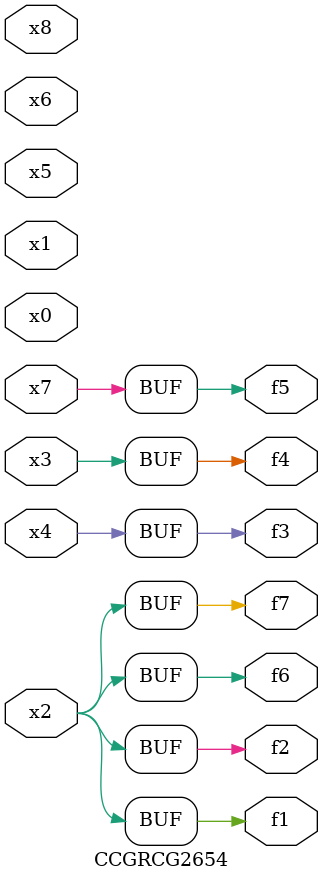
<source format=v>
module CCGRCG2654(
	input x0, x1, x2, x3, x4, x5, x6, x7, x8,
	output f1, f2, f3, f4, f5, f6, f7
);
	assign f1 = x2;
	assign f2 = x2;
	assign f3 = x4;
	assign f4 = x3;
	assign f5 = x7;
	assign f6 = x2;
	assign f7 = x2;
endmodule

</source>
